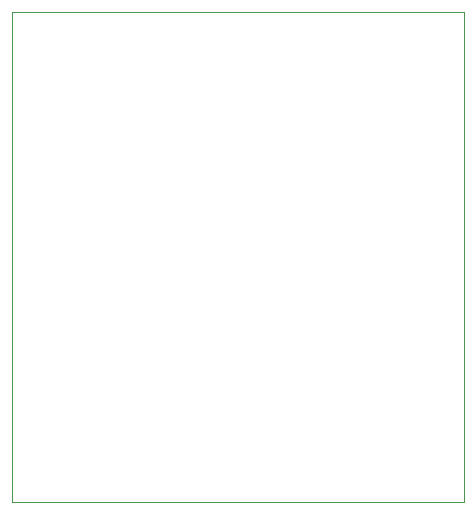
<source format=gm1>
G04 #@! TF.GenerationSoftware,KiCad,Pcbnew,8.0.1*
G04 #@! TF.CreationDate,2024-04-26T17:57:18-05:00*
G04 #@! TF.ProjectId,HCIPCB_ATSAMD21G18_template,48434950-4342-45f4-9154-53414d443231,rev?*
G04 #@! TF.SameCoordinates,Original*
G04 #@! TF.FileFunction,Profile,NP*
%FSLAX46Y46*%
G04 Gerber Fmt 4.6, Leading zero omitted, Abs format (unit mm)*
G04 Created by KiCad (PCBNEW 8.0.1) date 2024-04-26 17:57:18*
%MOMM*%
%LPD*%
G01*
G04 APERTURE LIST*
G04 #@! TA.AperFunction,Profile*
%ADD10C,0.038100*%
G04 #@! TD*
G04 APERTURE END LIST*
D10*
X105360088Y-78447568D02*
X143666646Y-78447568D01*
X143666646Y-119874853D01*
X105360088Y-119874853D01*
X105360088Y-78447568D01*
M02*

</source>
